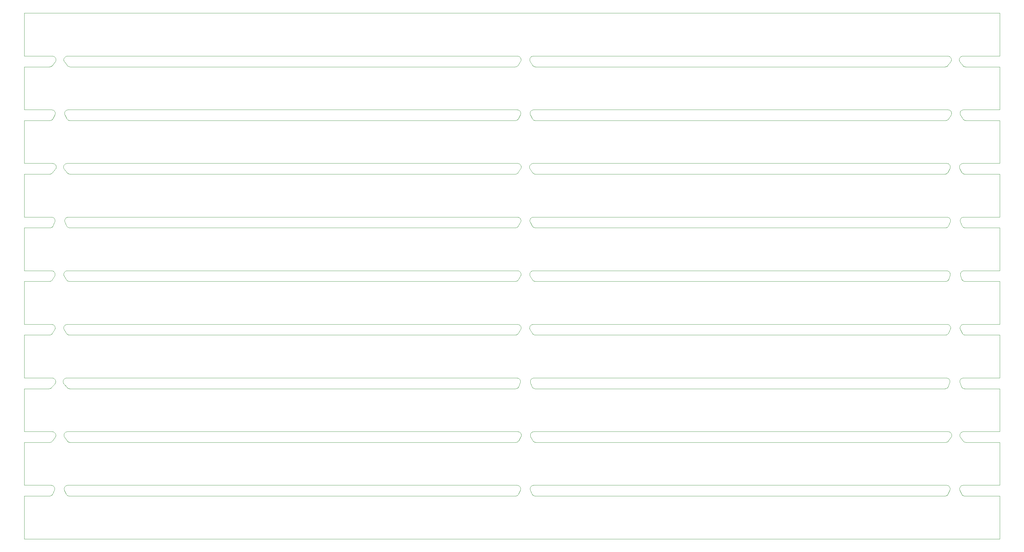
<source format=gko>
%MOIN*%
%OFA0B0*%
%FSLAX36Y36*%
%IPPOS*%
%LPD*%
%ADD10C,0*%
D10*
X005399729Y000472440D02*
X005399729Y000472440D01*
X000493825Y000472440D01*
X000491573Y000472505D01*
X000489329Y000472698D01*
X000487100Y000473019D01*
X000484893Y000473467D01*
X000482715Y000474041D01*
X000480573Y000474738D01*
X000478475Y000475556D01*
X000476427Y000476493D01*
X000474436Y000477546D01*
X000472508Y000478711D01*
X000470650Y000479984D01*
X000468868Y000481361D01*
X000467168Y000482838D01*
X000465554Y000484410D01*
X000464034Y000486071D01*
X000462611Y000487817D01*
X000461290Y000489641D01*
X000460075Y000491538D01*
X000458971Y000493501D01*
X000457981Y000495524D01*
X000440092Y000534894D01*
X000438647Y000538549D01*
X000437573Y000542329D01*
X000436882Y000546198D01*
X000436580Y000550116D01*
X000436670Y000554045D01*
X000437151Y000557946D01*
X000438019Y000561779D01*
X000439264Y000565506D01*
X000440875Y000569091D01*
X000442836Y000572497D01*
X000445126Y000575691D01*
X000447723Y000578641D01*
X000450601Y000581317D01*
X000453732Y000583692D01*
X000457084Y000585744D01*
X000460624Y000587451D01*
X000464316Y000588797D01*
X000468124Y000589768D01*
X000472010Y000590355D01*
X000475936Y000590551D01*
X005417618Y000590551D01*
X005421543Y000590355D01*
X005425429Y000589768D01*
X005429237Y000588797D01*
X005432930Y000587451D01*
X005436469Y000585744D01*
X005439821Y000583692D01*
X005442952Y000581317D01*
X005445830Y000578641D01*
X005448428Y000575691D01*
X005450718Y000572497D01*
X005452678Y000569091D01*
X005454289Y000565506D01*
X005455535Y000561779D01*
X005456402Y000557946D01*
X005456884Y000554045D01*
X005456974Y000550116D01*
X005456671Y000546198D01*
X005455980Y000542329D01*
X005454906Y000538549D01*
X005453461Y000534894D01*
X005435572Y000495524D01*
X005434582Y000493501D01*
X005433478Y000491538D01*
X005432264Y000489641D01*
X005430943Y000487817D01*
X005429520Y000486071D01*
X005427999Y000484410D01*
X005426386Y000482838D01*
X005424685Y000481361D01*
X005422903Y000479984D01*
X005421045Y000478711D01*
X005419118Y000477546D01*
X005417127Y000476493D01*
X005415079Y000475556D01*
X005412980Y000474738D01*
X005410839Y000474041D01*
X005408661Y000473467D01*
X005406453Y000473019D01*
X005404224Y000472698D01*
X005401980Y000472505D01*
X005399729Y000472440D01*
X005619109Y000472440D02*
X005619109Y000472440D01*
X005616858Y000472505D01*
X005614614Y000472698D01*
X005612385Y000473019D01*
X005610177Y000473467D01*
X005607999Y000474041D01*
X005605858Y000474738D01*
X005603759Y000475556D01*
X005601711Y000476493D01*
X005599720Y000477546D01*
X005597792Y000478711D01*
X005595935Y000479984D01*
X005594152Y000481361D01*
X005592452Y000482838D01*
X005590839Y000484410D01*
X005589318Y000486071D01*
X005587895Y000487817D01*
X005586574Y000489641D01*
X005585360Y000491538D01*
X005584256Y000493501D01*
X005583266Y000495524D01*
X005565377Y000534894D01*
X005563932Y000538549D01*
X005562858Y000542329D01*
X005562167Y000546198D01*
X005561864Y000550116D01*
X005561954Y000554045D01*
X005562436Y000557946D01*
X005563303Y000561779D01*
X005564549Y000565506D01*
X005566160Y000569091D01*
X005568120Y000572497D01*
X005570410Y000575691D01*
X005573007Y000578641D01*
X005575886Y000581317D01*
X005579017Y000583692D01*
X005582368Y000585744D01*
X005585908Y000587451D01*
X005589601Y000588797D01*
X005593409Y000589768D01*
X005597295Y000590355D01*
X005601220Y000590551D01*
X010141706Y000590551D01*
X010145631Y000590355D01*
X010149517Y000589768D01*
X010153325Y000588797D01*
X010157018Y000587451D01*
X010160558Y000585744D01*
X010163909Y000583692D01*
X010167040Y000581317D01*
X010169919Y000578641D01*
X010172516Y000575691D01*
X010174806Y000572497D01*
X010176766Y000569091D01*
X010178377Y000565506D01*
X010179623Y000561779D01*
X010180490Y000557946D01*
X010180972Y000554045D01*
X010181062Y000550116D01*
X010180759Y000546198D01*
X010180068Y000542329D01*
X010178995Y000538549D01*
X010177549Y000534894D01*
X010159660Y000495524D01*
X010158670Y000493501D01*
X010157566Y000491538D01*
X010156352Y000489641D01*
X010155031Y000487817D01*
X010153608Y000486071D01*
X010152087Y000484410D01*
X010150474Y000482838D01*
X010148774Y000481361D01*
X010146991Y000479984D01*
X010145134Y000478711D01*
X010143206Y000477546D01*
X010141215Y000476493D01*
X010139167Y000475556D01*
X010137068Y000474738D01*
X010134927Y000474041D01*
X010132749Y000473467D01*
X010130541Y000473019D01*
X010128312Y000472698D01*
X010126068Y000472505D01*
X010123817Y000472440D01*
X005619109Y000472440D01*
X005625567Y001062992D02*
X005625567Y001062992D01*
X005623499Y001063046D01*
X005621437Y001063209D01*
X005619387Y001063480D01*
X005617354Y001063858D01*
X005615343Y001064342D01*
X005613360Y001064932D01*
X005611412Y001065624D01*
X005609502Y001066418D01*
X005607637Y001067311D01*
X005605821Y001068301D01*
X005604059Y001069385D01*
X005602357Y001070560D01*
X005600719Y001071823D01*
X005599150Y001073170D01*
X005597653Y001074597D01*
X005596234Y001076102D01*
X005594895Y001077678D01*
X005593641Y001079323D01*
X005592476Y001081031D01*
X005591401Y001082798D01*
X005568857Y001122168D01*
X005567003Y001125840D01*
X005565541Y001129686D01*
X005564489Y001133663D01*
X005563857Y001137728D01*
X005563653Y001141837D01*
X005563879Y001145945D01*
X005564532Y001150006D01*
X005565606Y001153978D01*
X005567088Y001157816D01*
X005568963Y001161478D01*
X005571209Y001164924D01*
X005573803Y001168117D01*
X005576716Y001171022D01*
X005579916Y001173608D01*
X005583368Y001175845D01*
X005587035Y001177710D01*
X005590877Y001179181D01*
X005594851Y001180244D01*
X005598915Y001180887D01*
X005603023Y001181102D01*
X010159636Y001181102D01*
X010163966Y001180863D01*
X010168244Y001180149D01*
X010172417Y001178970D01*
X010176435Y001177338D01*
X010180250Y001175274D01*
X010183814Y001172803D01*
X010187084Y001169956D01*
X010190022Y001166766D01*
X010192591Y001163272D01*
X010194760Y001159516D01*
X010196503Y001155545D01*
X010197799Y001151406D01*
X010198632Y001147150D01*
X010198991Y001142829D01*
X010198873Y001138493D01*
X010198279Y001134198D01*
X010197215Y001129993D01*
X010195696Y001125931D01*
X010193740Y001122061D01*
X010191369Y001118429D01*
X010162459Y001079059D01*
X010161332Y001077598D01*
X010160138Y001076191D01*
X010158880Y001074842D01*
X010157559Y001073553D01*
X010156180Y001072327D01*
X010154745Y001071168D01*
X010153257Y001070077D01*
X010151720Y001069056D01*
X010150136Y001068109D01*
X010148510Y001067237D01*
X010146845Y001066443D01*
X010145144Y001065727D01*
X010143412Y001065092D01*
X010141652Y001064538D01*
X010139868Y001064068D01*
X010138063Y001063682D01*
X010136243Y001063380D01*
X010134411Y001063164D01*
X010132570Y001063035D01*
X010130725Y001062992D01*
X005625567Y001062992D01*
X005618109Y001653543D02*
X005618109Y001653543D01*
X005615733Y001653615D01*
X005613367Y001653829D01*
X005611018Y001654187D01*
X005608694Y001654685D01*
X005606405Y001655323D01*
X005604159Y001656097D01*
X005601963Y001657006D01*
X005599826Y001658045D01*
X005597756Y001659212D01*
X005595760Y001660501D01*
X005593845Y001661908D01*
X005592019Y001663428D01*
X005590288Y001665056D01*
X005588658Y001666785D01*
X005587135Y001668610D01*
X005585725Y001670522D01*
X005584434Y001672517D01*
X005583264Y001674586D01*
X005582222Y001676721D01*
X005581311Y001678916D01*
X005566335Y001718286D01*
X005565155Y001721904D01*
X005564331Y001725620D01*
X005563869Y001729398D01*
X005563774Y001733203D01*
X005564046Y001736999D01*
X005564684Y001740752D01*
X005565682Y001744425D01*
X005567029Y001747985D01*
X005568714Y001751397D01*
X005570721Y001754632D01*
X005573030Y001757657D01*
X005575621Y001760445D01*
X005578469Y001762970D01*
X005581548Y001765208D01*
X005584828Y001767139D01*
X005588279Y001768744D01*
X005591870Y001770008D01*
X005595565Y001770919D01*
X005599331Y001771469D01*
X005603133Y001771653D01*
X010139793Y001771653D01*
X010143595Y001771469D01*
X010147361Y001770919D01*
X010151056Y001770008D01*
X010154647Y001768744D01*
X010158098Y001767139D01*
X010161378Y001765208D01*
X010164457Y001762970D01*
X010167305Y001760445D01*
X010169896Y001757657D01*
X010172205Y001754632D01*
X010174212Y001751397D01*
X010175897Y001747985D01*
X010177244Y001744425D01*
X010178242Y001740752D01*
X010178880Y001736999D01*
X010179152Y001733203D01*
X010179057Y001729398D01*
X010178595Y001725620D01*
X010177771Y001721904D01*
X010176591Y001718286D01*
X010161615Y001678916D01*
X010160704Y001676721D01*
X010159662Y001674586D01*
X010158492Y001672517D01*
X010157201Y001670522D01*
X010155791Y001668610D01*
X010154268Y001666785D01*
X010152638Y001665056D01*
X010150907Y001663428D01*
X010149081Y001661908D01*
X010147166Y001660501D01*
X010145170Y001659212D01*
X010143100Y001658045D01*
X010140963Y001657006D01*
X010138767Y001656097D01*
X010136521Y001655323D01*
X010134232Y001654685D01*
X010131908Y001654187D01*
X010129559Y001653829D01*
X010127193Y001653615D01*
X010124817Y001653543D01*
X005618109Y001653543D01*
X005621449Y002244094D02*
X005621449Y002244094D01*
X005619499Y002244142D01*
X005617555Y002244287D01*
X005615619Y002244528D01*
X005613698Y002244864D01*
X005611796Y002245296D01*
X005609918Y002245821D01*
X005608068Y002246438D01*
X005606251Y002247146D01*
X005604471Y002247943D01*
X005602733Y002248827D01*
X005601040Y002249797D01*
X005599398Y002250849D01*
X005597810Y002251981D01*
X005596280Y002253190D01*
X005594812Y002254474D01*
X005593409Y002255828D01*
X005592074Y002257251D01*
X005590812Y002258738D01*
X005589625Y002260285D01*
X005588517Y002261890D01*
X005562725Y002301260D01*
X005560599Y002304919D01*
X005558879Y002308785D01*
X005557584Y002312814D01*
X005556728Y002316958D01*
X005556322Y002321170D01*
X005556371Y002325402D01*
X005556873Y002329604D01*
X005557824Y002333727D01*
X005559212Y002337725D01*
X005561020Y002341551D01*
X005563229Y002345160D01*
X005565813Y002348512D01*
X005568741Y002351566D01*
X005571981Y002354289D01*
X005575494Y002356649D01*
X005579239Y002358618D01*
X005583175Y002360173D01*
X005587255Y002361297D01*
X005591431Y002361977D01*
X005595657Y002362204D01*
X010147851Y002362204D01*
X010151843Y002362001D01*
X010155795Y002361394D01*
X010159665Y002360390D01*
X010163413Y002358998D01*
X010167000Y002357233D01*
X010170390Y002355114D01*
X010173548Y002352661D01*
X010176440Y002349902D01*
X010179038Y002346862D01*
X010181314Y002343576D01*
X010183245Y002340075D01*
X010184811Y002336396D01*
X010185996Y002332578D01*
X010186787Y002328659D01*
X010187177Y002324680D01*
X010187162Y002320682D01*
X010186741Y002316707D01*
X010185919Y002312794D01*
X010184704Y002308985D01*
X010183110Y002305319D01*
X010163552Y002265949D01*
X010162527Y002264020D01*
X010161396Y002262152D01*
X010160163Y002260349D01*
X010158832Y002258617D01*
X010157407Y002256961D01*
X010155892Y002255387D01*
X010154293Y002253900D01*
X010152613Y002252504D01*
X010150858Y002251203D01*
X010149035Y002250001D01*
X010147147Y002248902D01*
X010145201Y002247910D01*
X010143203Y002247027D01*
X010141159Y002246256D01*
X010139076Y002245599D01*
X010136960Y002245060D01*
X010134816Y002244638D01*
X010132653Y002244336D01*
X010130476Y002244155D01*
X010128293Y002244094D01*
X005621449Y002244094D01*
X005621037Y002834645D02*
X005621037Y002834645D01*
X005619032Y002834696D01*
X005617033Y002834849D01*
X005615045Y002835104D01*
X005613072Y002835459D01*
X005611119Y002835915D01*
X005609193Y002836469D01*
X005607297Y002837121D01*
X005605436Y002837868D01*
X005603616Y002838709D01*
X005601842Y002839641D01*
X005600117Y002840663D01*
X005598446Y002841771D01*
X005596834Y002842963D01*
X005595285Y002844235D01*
X005593802Y002845585D01*
X005592390Y002847008D01*
X005591052Y002848501D01*
X005589792Y002850061D01*
X005588614Y002851682D01*
X005587519Y002853362D01*
X005563259Y002892732D01*
X005561260Y002896400D01*
X005559660Y002900258D01*
X005558478Y002904265D01*
X005557727Y002908374D01*
X005557416Y002912540D01*
X005557548Y002916715D01*
X005558122Y002920853D01*
X005559130Y002924906D01*
X005560563Y002928830D01*
X005562403Y002932580D01*
X005564630Y002936114D01*
X005567220Y002939392D01*
X005570141Y002942377D01*
X005573363Y002945036D01*
X005576848Y002947339D01*
X005580558Y002949259D01*
X005584450Y002950776D01*
X005588481Y002951871D01*
X005592606Y002952534D01*
X005596777Y002952755D01*
X010142995Y002952755D01*
X010146669Y002952584D01*
X010150311Y002952070D01*
X010153888Y002951218D01*
X010157371Y002950037D01*
X010160728Y002948536D01*
X010163931Y002946728D01*
X010166951Y002944629D01*
X010169762Y002942257D01*
X010172339Y002939633D01*
X010174660Y002936781D01*
X010176705Y002933724D01*
X010178456Y002930490D01*
X010179897Y002927106D01*
X010181016Y002923603D01*
X010181804Y002920011D01*
X010182253Y002916361D01*
X010182359Y002912685D01*
X010182122Y002909015D01*
X010181543Y002905383D01*
X010180629Y002901821D01*
X010168530Y002862450D01*
X010167719Y002860081D01*
X010166758Y002857768D01*
X010165652Y002855520D01*
X010164406Y002853347D01*
X010163024Y002851258D01*
X010161511Y002849262D01*
X010159875Y002847365D01*
X010158122Y002845576D01*
X010156259Y002843902D01*
X010154292Y002842351D01*
X010152231Y002840927D01*
X010150084Y002839637D01*
X010147859Y002838487D01*
X010145566Y002837480D01*
X010143213Y002836621D01*
X010140810Y002835914D01*
X010138367Y002835360D01*
X010135894Y002834964D01*
X010133400Y002834725D01*
X010130897Y002834645D01*
X005621037Y002834645D01*
X005620609Y003425196D02*
X005620609Y003425196D01*
X005618549Y003425250D01*
X005616495Y003425412D01*
X005614452Y003425681D01*
X005612426Y003426056D01*
X005610422Y003426537D01*
X005608446Y003427122D01*
X005606503Y003427810D01*
X005604599Y003428599D01*
X005602739Y003429485D01*
X005600928Y003430469D01*
X005599171Y003431545D01*
X005597473Y003432712D01*
X005595838Y003433966D01*
X005594271Y003435304D01*
X005592775Y003436722D01*
X005591357Y003438217D01*
X005590018Y003439784D01*
X005588763Y003441418D01*
X005587596Y003443116D01*
X005586519Y003444873D01*
X005563775Y003484243D01*
X005561903Y003487915D01*
X005560426Y003491762D01*
X005559358Y003495743D01*
X005558712Y003499814D01*
X005558496Y003503929D01*
X005558711Y003508045D01*
X005559355Y003512116D01*
X005560421Y003516097D01*
X005561898Y003519945D01*
X005563768Y003523617D01*
X005566012Y003527074D01*
X005568606Y003530277D01*
X005571520Y003533192D01*
X005574723Y003535786D01*
X005578179Y003538031D01*
X005581851Y003539902D01*
X005585699Y003541379D01*
X005589680Y003542446D01*
X005593750Y003543091D01*
X005597866Y003543307D01*
X010145878Y003543307D01*
X010149751Y003543116D01*
X010153585Y003542545D01*
X010157345Y003541600D01*
X010160994Y003540289D01*
X010164496Y003538626D01*
X010167818Y003536627D01*
X010170926Y003534311D01*
X010173792Y003531700D01*
X010176388Y003528820D01*
X010178687Y003525699D01*
X010180668Y003522366D01*
X010182312Y003518855D01*
X010183603Y003515199D01*
X010184528Y003511434D01*
X010185078Y003507597D01*
X010185248Y003503724D01*
X010185036Y003499853D01*
X010184445Y003496021D01*
X010183479Y003492266D01*
X010182149Y003488625D01*
X010165529Y003449255D01*
X010164570Y003447158D01*
X010163491Y003445121D01*
X010162294Y003443150D01*
X010160984Y003441253D01*
X010159565Y003439436D01*
X010158042Y003437706D01*
X010156420Y003436067D01*
X010154705Y003434526D01*
X010152903Y003433088D01*
X010151020Y003431758D01*
X010149063Y003430540D01*
X010147037Y003429439D01*
X010144950Y003428459D01*
X010142810Y003427602D01*
X010140623Y003426872D01*
X010138397Y003426272D01*
X010136140Y003425802D01*
X010133859Y003425466D01*
X010131563Y003425264D01*
X010129258Y003425196D01*
X005620609Y003425196D01*
X005621899Y004015748D02*
X005621899Y004015748D01*
X005620009Y004015793D01*
X005618124Y004015929D01*
X005616247Y004016155D01*
X005614384Y004016471D01*
X005612538Y004016877D01*
X005610713Y004017370D01*
X005608915Y004017950D01*
X005607146Y004018616D01*
X005605411Y004019366D01*
X005603714Y004020199D01*
X005602059Y004021112D01*
X005600450Y004022103D01*
X005598890Y004023171D01*
X005597383Y004024312D01*
X005595933Y004025524D01*
X005594543Y004026804D01*
X005593215Y004028150D01*
X005591954Y004029557D01*
X005590762Y004031024D01*
X005589641Y004032546D01*
X005562093Y004071916D01*
X005559828Y004075562D01*
X005557973Y004079432D01*
X005556550Y004083481D01*
X005555576Y004087661D01*
X005555064Y004091922D01*
X005555018Y004096214D01*
X005555440Y004100485D01*
X005556324Y004104685D01*
X005557659Y004108763D01*
X005559431Y004112672D01*
X005561618Y004116365D01*
X005564194Y004119798D01*
X005567128Y004122930D01*
X005570386Y004125724D01*
X005573929Y004128147D01*
X005577714Y004130170D01*
X005581697Y004131769D01*
X005585830Y004132925D01*
X005590065Y004133624D01*
X005594350Y004133858D01*
X010144001Y004133858D01*
X010148060Y004133648D01*
X010152075Y004133021D01*
X010156005Y004131983D01*
X010159806Y004130546D01*
X010163440Y004128724D01*
X010166866Y004126538D01*
X010170048Y004124010D01*
X010172953Y004121167D01*
X010175549Y004118040D01*
X010177809Y004114662D01*
X010179709Y004111069D01*
X010181228Y004107299D01*
X010182350Y004103393D01*
X010183064Y004099392D01*
X010183362Y004095339D01*
X010183240Y004091276D01*
X010182699Y004087248D01*
X010181747Y004083297D01*
X010180392Y004079465D01*
X010178649Y004075793D01*
X010157408Y004036423D01*
X010156352Y004034587D01*
X010155200Y004032810D01*
X010153953Y004031098D01*
X010152616Y004029455D01*
X010151193Y004027887D01*
X010149688Y004026397D01*
X010148104Y004024991D01*
X010146448Y004023671D01*
X010144722Y004022443D01*
X010142933Y004021309D01*
X010141086Y004020273D01*
X010139186Y004019338D01*
X010137238Y004018507D01*
X010135248Y004017781D01*
X010133223Y004017163D01*
X010131166Y004016656D01*
X010129086Y004016259D01*
X010126987Y004015975D01*
X010124876Y004015804D01*
X010122759Y004015748D01*
X005621899Y004015748D01*
X005619710Y004606299D02*
X005619710Y004606299D01*
X005617534Y004606359D01*
X005615365Y004606539D01*
X005613209Y004606839D01*
X005611074Y004607258D01*
X005608964Y004607793D01*
X005606888Y004608445D01*
X005604850Y004609211D01*
X005602858Y004610087D01*
X005600918Y004611073D01*
X005599035Y004612164D01*
X005597215Y004613358D01*
X005595464Y004614650D01*
X005593787Y004616037D01*
X005592189Y004617515D01*
X005590675Y004619079D01*
X005589250Y004620724D01*
X005587918Y004622445D01*
X005586684Y004624238D01*
X005585550Y004626095D01*
X005584521Y004628013D01*
X005564767Y004667383D01*
X005563155Y004671050D01*
X005561924Y004674862D01*
X005561087Y004678779D01*
X005560652Y004682762D01*
X005560624Y004686767D01*
X005561003Y004690755D01*
X005561786Y004694684D01*
X005562963Y004698513D01*
X005564524Y004702202D01*
X005566451Y004705714D01*
X005568726Y004709011D01*
X005571323Y004712061D01*
X005574217Y004714830D01*
X005577378Y004717292D01*
X005580772Y004719419D01*
X005584365Y004721190D01*
X005588119Y004722587D01*
X005591996Y004723596D01*
X005595955Y004724205D01*
X005599956Y004724409D01*
X010157450Y004724409D01*
X010161682Y004724181D01*
X010165866Y004723499D01*
X010169952Y004722371D01*
X010173893Y004720811D01*
X010177644Y004718835D01*
X010181160Y004716468D01*
X010184402Y004713737D01*
X010187331Y004710673D01*
X010189914Y004707312D01*
X010192120Y004703693D01*
X010193925Y004699857D01*
X010195306Y004695850D01*
X010196249Y004691717D01*
X010196742Y004687507D01*
X010196780Y004683268D01*
X010196362Y004679050D01*
X010195492Y004674901D01*
X010194182Y004670870D01*
X010192446Y004667003D01*
X010190304Y004663345D01*
X010164307Y004623975D01*
X010163197Y004622380D01*
X010162009Y004620843D01*
X010160747Y004619365D01*
X010159414Y004617952D01*
X010158012Y004616606D01*
X010156546Y004615331D01*
X010155018Y004614130D01*
X010153433Y004613006D01*
X010151795Y004611961D01*
X010150107Y004610998D01*
X010148374Y004610120D01*
X010146599Y004609329D01*
X010144788Y004608626D01*
X010142944Y004608013D01*
X010141072Y004607492D01*
X010139176Y004607064D01*
X010137262Y004606730D01*
X010135334Y004606490D01*
X010133396Y004606347D01*
X010131453Y004606299D01*
X005619710Y004606299D01*
X005621092Y005196850D02*
X005621092Y005196850D01*
X005619095Y005196901D01*
X005617103Y005197052D01*
X005615122Y005197305D01*
X005613156Y005197658D01*
X005611210Y005198110D01*
X005609290Y005198660D01*
X005607400Y005199307D01*
X005605545Y005200049D01*
X005603731Y005200885D01*
X005601961Y005201811D01*
X005600240Y005202825D01*
X005598573Y005203926D01*
X005596964Y005205109D01*
X005595417Y005206373D01*
X005593937Y005207714D01*
X005592526Y005209128D01*
X005591188Y005210612D01*
X005589928Y005212161D01*
X005588748Y005213773D01*
X005587651Y005215442D01*
X005563190Y005254813D01*
X005561173Y005258479D01*
X005559557Y005262339D01*
X005558360Y005266349D01*
X005557596Y005270463D01*
X005557272Y005274635D01*
X005557393Y005278818D01*
X005557957Y005282964D01*
X005558958Y005287027D01*
X005560385Y005290961D01*
X005562221Y005294721D01*
X005564446Y005298265D01*
X005567034Y005301553D01*
X005569957Y005304548D01*
X005573181Y005307215D01*
X005576670Y005309525D01*
X005580385Y005311452D01*
X005584283Y005312974D01*
X005588321Y005314073D01*
X005592452Y005314738D01*
X005596631Y005314960D01*
X010156170Y005314960D01*
X010160564Y005314714D01*
X010164903Y005313979D01*
X010169132Y005312765D01*
X010173200Y005311086D01*
X010177055Y005308964D01*
X010180649Y005306425D01*
X010183937Y005303501D01*
X010186878Y005300228D01*
X010189436Y005296647D01*
X010191578Y005292803D01*
X010193278Y005288744D01*
X010194514Y005284521D01*
X010195271Y005280186D01*
X010195540Y005275793D01*
X010195317Y005271399D01*
X010194604Y005267056D01*
X010193412Y005262820D01*
X010191754Y005258744D01*
X010189652Y005254878D01*
X010187131Y005251271D01*
X010156207Y005211901D01*
X010155075Y005210525D01*
X010153882Y005209202D01*
X010152631Y005207935D01*
X010151324Y005206725D01*
X010149963Y005205575D01*
X010148551Y005204489D01*
X010147092Y005203467D01*
X010145588Y005202512D01*
X010144043Y005201627D01*
X010142459Y005200812D01*
X010140839Y005200070D01*
X010139188Y005199401D01*
X010137509Y005198808D01*
X010135804Y005198292D01*
X010134077Y005197853D01*
X010132333Y005197493D01*
X010130574Y005197212D01*
X010128804Y005197011D01*
X010127027Y005196890D01*
X010125246Y005196850D01*
X005621092Y005196850D01*
X000501961Y001062992D02*
X000501961Y001062992D01*
X000500116Y001063035D01*
X000498276Y001063164D01*
X000496443Y001063380D01*
X000494623Y001063682D01*
X000492819Y001064068D01*
X000491035Y001064538D01*
X000489275Y001065092D01*
X000487542Y001065727D01*
X000485842Y001066443D01*
X000484176Y001067237D01*
X000482550Y001068109D01*
X000480967Y001069056D01*
X000479429Y001070077D01*
X000477942Y001071168D01*
X000476506Y001072327D01*
X000475127Y001073553D01*
X000473807Y001074842D01*
X000472548Y001076191D01*
X000471355Y001077598D01*
X000470228Y001079059D01*
X000441317Y001118429D01*
X000438947Y001122061D01*
X000436990Y001125931D01*
X000435471Y001129993D01*
X000434408Y001134198D01*
X000433814Y001138493D01*
X000433696Y001142829D01*
X000434055Y001147150D01*
X000434887Y001151406D01*
X000436183Y001155545D01*
X000437926Y001159516D01*
X000440095Y001163272D01*
X000442664Y001166766D01*
X000445602Y001169956D01*
X000448873Y001172803D01*
X000452437Y001175274D01*
X000456251Y001177338D01*
X000460269Y001178970D01*
X000464443Y001180149D01*
X000468720Y001180863D01*
X000473050Y001181102D01*
X005425845Y001181102D01*
X005429953Y001180887D01*
X005434017Y001180244D01*
X005437991Y001179181D01*
X005441833Y001177710D01*
X005445500Y001175845D01*
X005448952Y001173608D01*
X005452152Y001171022D01*
X005455065Y001168117D01*
X005457659Y001164924D01*
X005459905Y001161478D01*
X005461780Y001157816D01*
X005463262Y001153978D01*
X005464336Y001150006D01*
X005464989Y001145945D01*
X005465215Y001141837D01*
X005465011Y001137728D01*
X005464379Y001133663D01*
X005463327Y001129686D01*
X005461865Y001125840D01*
X005460010Y001122168D01*
X005437467Y001082798D01*
X005436392Y001081031D01*
X005435227Y001079323D01*
X005433973Y001077678D01*
X005432634Y001076102D01*
X005431215Y001074597D01*
X005429718Y001073170D01*
X005428149Y001071823D01*
X005426511Y001070560D01*
X005424809Y001069385D01*
X005423047Y001068301D01*
X005421231Y001067311D01*
X005419366Y001066418D01*
X005417456Y001065624D01*
X005415507Y001064932D01*
X005413525Y001064342D01*
X005411514Y001063858D01*
X005409481Y001063480D01*
X005407431Y001063209D01*
X005405369Y001063046D01*
X005403301Y001062992D01*
X000501961Y001062992D01*
X000498055Y001653543D02*
X000498055Y001653543D01*
X000496365Y001653579D01*
X000494678Y001653688D01*
X000492997Y001653869D01*
X000491325Y001654122D01*
X000489666Y001654447D01*
X000488022Y001654843D01*
X000486397Y001655309D01*
X000484793Y001655844D01*
X000483213Y001656447D01*
X000481662Y001657118D01*
X000480140Y001657855D01*
X000478651Y001658657D01*
X000477198Y001659521D01*
X000475784Y001660448D01*
X000474410Y001661434D01*
X000473081Y001662478D01*
X000471797Y001663578D01*
X000470562Y001664733D01*
X000469377Y001665939D01*
X000468245Y001667196D01*
X000434280Y001706566D01*
X000431545Y001710128D01*
X000429234Y001713978D01*
X000427376Y001718067D01*
X000425996Y001722340D01*
X000425112Y001726743D01*
X000424734Y001731218D01*
X000424869Y001735707D01*
X000425514Y001740152D01*
X000426661Y001744494D01*
X000428295Y001748677D01*
X000430395Y001752646D01*
X000432934Y001756351D01*
X000435877Y001759743D01*
X000439188Y001762777D01*
X000442823Y001765415D01*
X000446734Y001767621D01*
X000450872Y001769368D01*
X000455181Y001770632D01*
X000459606Y001771397D01*
X000464090Y001771653D01*
X005415705Y001771653D01*
X005419507Y001771469D01*
X005423273Y001770919D01*
X005426968Y001770008D01*
X005430559Y001768744D01*
X005434010Y001767139D01*
X005437290Y001765208D01*
X005440369Y001762970D01*
X005443217Y001760445D01*
X005445808Y001757657D01*
X005448117Y001754632D01*
X005450124Y001751397D01*
X005451809Y001747985D01*
X005453156Y001744425D01*
X005454153Y001740752D01*
X005454792Y001736999D01*
X005455064Y001733203D01*
X005454969Y001729398D01*
X005454507Y001725620D01*
X005453683Y001721904D01*
X005452503Y001718286D01*
X005437527Y001678916D01*
X005436616Y001676721D01*
X005435574Y001674586D01*
X005434404Y001672517D01*
X005433113Y001670522D01*
X005431703Y001668610D01*
X005430180Y001666785D01*
X005428550Y001665056D01*
X005426819Y001663428D01*
X005424993Y001661908D01*
X005423078Y001660501D01*
X005421082Y001659212D01*
X005419012Y001658045D01*
X005416875Y001657006D01*
X005414679Y001656097D01*
X005412433Y001655323D01*
X005410144Y001654685D01*
X005407820Y001654187D01*
X005405471Y001653829D01*
X005403105Y001653615D01*
X005400729Y001653543D01*
X000498055Y001653543D01*
X000496165Y002244094D02*
X000496165Y002244094D01*
X000494215Y002244142D01*
X000492270Y002244287D01*
X000490335Y002244528D01*
X000488414Y002244864D01*
X000486512Y002245296D01*
X000484633Y002245821D01*
X000482783Y002246438D01*
X000480966Y002247146D01*
X000479186Y002247943D01*
X000477448Y002248827D01*
X000475756Y002249797D01*
X000474114Y002250849D01*
X000472526Y002251981D01*
X000470995Y002253190D01*
X000469527Y002254474D01*
X000468124Y002255828D01*
X000466790Y002257251D01*
X000465528Y002258738D01*
X000464341Y002260285D01*
X000463232Y002261890D01*
X000437440Y002301260D01*
X000435315Y002304919D01*
X000433595Y002308785D01*
X000432299Y002312814D01*
X000431444Y002316958D01*
X000431038Y002321170D01*
X000431086Y002325402D01*
X000431589Y002329604D01*
X000432540Y002333727D01*
X000433927Y002337725D01*
X000435736Y002341551D01*
X000437945Y002345160D01*
X000440529Y002348512D01*
X000443457Y002351566D01*
X000446696Y002354289D01*
X000450209Y002356649D01*
X000453955Y002358618D01*
X000457890Y002360173D01*
X000461970Y002361297D01*
X000466147Y002361977D01*
X000470373Y002362204D01*
X005423181Y002362204D01*
X005427406Y002361977D01*
X005431583Y002361297D01*
X005435663Y002360173D01*
X005439599Y002358618D01*
X005443344Y002356649D01*
X005446857Y002354289D01*
X005450097Y002351566D01*
X005453025Y002348512D01*
X005455609Y002345160D01*
X005457817Y002341551D01*
X005459626Y002337725D01*
X005461014Y002333727D01*
X005461965Y002329604D01*
X005462467Y002325402D01*
X005462516Y002321170D01*
X005462110Y002316958D01*
X005461254Y002312814D01*
X005459959Y002308785D01*
X005458239Y002304919D01*
X005456113Y002301260D01*
X005430321Y002261890D01*
X005429212Y002260285D01*
X005428026Y002258738D01*
X005426763Y002257251D01*
X005425429Y002255828D01*
X005424026Y002254474D01*
X005422558Y002253190D01*
X005421028Y002251981D01*
X005419440Y002250849D01*
X005417798Y002249797D01*
X005416105Y002248827D01*
X005414367Y002247943D01*
X005412587Y002247146D01*
X005410770Y002246438D01*
X005408920Y002245821D01*
X005407042Y002245296D01*
X005405140Y002244864D01*
X005403219Y002244528D01*
X005401283Y002244287D01*
X005399339Y002244142D01*
X005397389Y002244094D01*
X000496165Y002244094D01*
X000495752Y002834645D02*
X000495752Y002834645D01*
X000493748Y002834696D01*
X000491749Y002834849D01*
X000489760Y002835104D01*
X000487787Y002835459D01*
X000485835Y002835915D01*
X000483908Y002836469D01*
X000482012Y002837121D01*
X000480152Y002837868D01*
X000478332Y002838709D01*
X000476557Y002839641D01*
X000474832Y002840663D01*
X000473162Y002841771D01*
X000471549Y002842963D01*
X000470000Y002844235D01*
X000468518Y002845585D01*
X000467106Y002847008D01*
X000465768Y002848501D01*
X000464508Y002850061D01*
X000463329Y002851682D01*
X000462234Y002853362D01*
X000437975Y002892732D01*
X000435975Y002896400D01*
X000434375Y002900258D01*
X000433193Y002904265D01*
X000432443Y002908374D01*
X000432132Y002912540D01*
X000432264Y002916715D01*
X000432837Y002920853D01*
X000433846Y002924906D01*
X000435278Y002928830D01*
X000437119Y002932580D01*
X000439346Y002936114D01*
X000441935Y002939392D01*
X000444857Y002942377D01*
X000448079Y002945036D01*
X000451564Y002947339D01*
X000455274Y002949259D01*
X000459166Y002950776D01*
X000463197Y002951871D01*
X000467321Y002952534D01*
X000471493Y002952755D01*
X005422061Y002952755D01*
X005426232Y002952534D01*
X005430357Y002951871D01*
X005434388Y002950776D01*
X005438280Y002949259D01*
X005441990Y002947339D01*
X005445475Y002945036D01*
X005448697Y002942377D01*
X005451618Y002939392D01*
X005454208Y002936114D01*
X005456435Y002932580D01*
X005458275Y002928830D01*
X005459708Y002924906D01*
X005460716Y002920853D01*
X005461290Y002916715D01*
X005461422Y002912540D01*
X005461111Y002908374D01*
X005460360Y002904265D01*
X005459178Y002900258D01*
X005457578Y002896400D01*
X005455579Y002892732D01*
X005431319Y002853362D01*
X005430224Y002851682D01*
X005429046Y002850061D01*
X005427786Y002848501D01*
X005426448Y002847008D01*
X005425036Y002845585D01*
X005423553Y002844235D01*
X005422004Y002842963D01*
X005420392Y002841771D01*
X005418721Y002840663D01*
X005416996Y002839641D01*
X005415222Y002838709D01*
X005413402Y002837868D01*
X005411541Y002837121D01*
X005409645Y002836469D01*
X005407719Y002835915D01*
X005405766Y002835459D01*
X005403793Y002835104D01*
X005401805Y002834849D01*
X005399806Y002834696D01*
X005397801Y002834645D01*
X000495752Y002834645D01*
X000498413Y003425196D02*
X000498413Y003425196D01*
X000496109Y003425264D01*
X000493812Y003425466D01*
X000491531Y003425802D01*
X000489274Y003426272D01*
X000487048Y003426872D01*
X000484862Y003427602D01*
X000482721Y003428459D01*
X000480635Y003429439D01*
X000478609Y003430540D01*
X000476651Y003431758D01*
X000474768Y003433088D01*
X000472966Y003434526D01*
X000471251Y003436067D01*
X000469630Y003437706D01*
X000468107Y003439436D01*
X000466688Y003441253D01*
X000465378Y003443150D01*
X000464181Y003445121D01*
X000463101Y003447158D01*
X000462143Y003449255D01*
X000445523Y003488625D01*
X000444192Y003492266D01*
X000443227Y003496021D01*
X000442635Y003499853D01*
X000442424Y003503724D01*
X000442594Y003507597D01*
X000443144Y003511434D01*
X000444068Y003515199D01*
X000445359Y003518855D01*
X000447003Y003522366D01*
X000448984Y003525699D01*
X000451284Y003528820D01*
X000453879Y003531700D01*
X000456745Y003534311D01*
X000459854Y003536627D01*
X000463176Y003538626D01*
X000466678Y003540289D01*
X000470326Y003541600D01*
X000474086Y003542545D01*
X000477921Y003543116D01*
X000481793Y003543307D01*
X005420972Y003543307D01*
X005425088Y003543091D01*
X005429158Y003542446D01*
X005433139Y003541379D01*
X005436987Y003539902D01*
X005440659Y003538031D01*
X005444115Y003535786D01*
X005447318Y003533192D01*
X005450232Y003530277D01*
X005452826Y003527074D01*
X005455070Y003523617D01*
X005456940Y003519945D01*
X005458417Y003516097D01*
X005459483Y003512116D01*
X005460127Y003508045D01*
X005460342Y003503929D01*
X005460126Y003499814D01*
X005459480Y003495743D01*
X005458412Y003491762D01*
X005456935Y003487915D01*
X005455063Y003484243D01*
X005432319Y003444873D01*
X005431242Y003443116D01*
X005430075Y003441418D01*
X005428820Y003439784D01*
X005427481Y003438217D01*
X005426062Y003436722D01*
X005424567Y003435304D01*
X005423000Y003433966D01*
X005421365Y003432712D01*
X005419667Y003431545D01*
X005417910Y003430469D01*
X005416099Y003429485D01*
X005414238Y003428599D01*
X005412335Y003427810D01*
X005410392Y003427122D01*
X005408416Y003426537D01*
X005406412Y003426056D01*
X005404386Y003425681D01*
X005402343Y003425412D01*
X005400289Y003425250D01*
X005398229Y003425196D01*
X000498413Y003425196D01*
X000503114Y004015748D02*
X000503114Y004015748D01*
X000501430Y004015784D01*
X000499749Y004015892D01*
X000498074Y004016071D01*
X000496408Y004016323D01*
X000494755Y004016645D01*
X000493117Y004017038D01*
X000491497Y004017500D01*
X000489899Y004018032D01*
X000488324Y004018631D01*
X000486777Y004019297D01*
X000485260Y004020029D01*
X000483775Y004020825D01*
X000482326Y004021683D01*
X000480915Y004022603D01*
X000479544Y004023582D01*
X000478217Y004024619D01*
X000476935Y004025712D01*
X000475701Y004026859D01*
X000474518Y004028058D01*
X000473386Y004029306D01*
X000439202Y004068676D01*
X000436452Y004072234D01*
X000434126Y004076083D01*
X000432255Y004080172D01*
X000430861Y004084448D01*
X000429965Y004088855D01*
X000429577Y004093336D01*
X000429702Y004097831D01*
X000430339Y004102283D01*
X000431480Y004106633D01*
X000433109Y004110824D01*
X000435206Y004114803D01*
X000437743Y004118516D01*
X000440687Y004121916D01*
X000443999Y004124958D01*
X000447636Y004127603D01*
X000451552Y004129815D01*
X000455694Y004131566D01*
X000460009Y004132834D01*
X000464440Y004133601D01*
X000468930Y004133858D01*
X005424488Y004133858D01*
X005428773Y004133624D01*
X005433008Y004132925D01*
X005437141Y004131769D01*
X005441124Y004130170D01*
X005444909Y004128147D01*
X005448452Y004125724D01*
X005451710Y004122930D01*
X005454644Y004119798D01*
X005457220Y004116365D01*
X005459407Y004112672D01*
X005461179Y004108763D01*
X005462514Y004104685D01*
X005463398Y004100485D01*
X005463820Y004096214D01*
X005463774Y004091922D01*
X005463262Y004087661D01*
X005462288Y004083481D01*
X005460865Y004079432D01*
X005459010Y004075562D01*
X005456745Y004071916D01*
X005429197Y004032546D01*
X005428076Y004031024D01*
X005426884Y004029557D01*
X005425623Y004028150D01*
X005424295Y004026804D01*
X005422905Y004025524D01*
X005421455Y004024312D01*
X005419948Y004023171D01*
X005418388Y004022103D01*
X005416779Y004021112D01*
X005415124Y004020199D01*
X005413427Y004019366D01*
X005411692Y004018616D01*
X005409923Y004017950D01*
X005408125Y004017370D01*
X005406300Y004016877D01*
X005404454Y004016471D01*
X005402590Y004016155D01*
X005400714Y004015929D01*
X005398829Y004015793D01*
X005396939Y004015748D01*
X000503114Y004015748D01*
X000499440Y004606299D02*
X000499440Y004606299D01*
X000497265Y004606359D01*
X000495096Y004606539D01*
X000492940Y004606839D01*
X000490804Y004607258D01*
X000488695Y004607793D01*
X000486618Y004608445D01*
X000484581Y004609211D01*
X000482589Y004610087D01*
X000480648Y004611073D01*
X000478765Y004612164D01*
X000476945Y004613358D01*
X000475194Y004614650D01*
X000473517Y004616037D01*
X000471920Y004617515D01*
X000470406Y004619079D01*
X000468981Y004620724D01*
X000467649Y004622445D01*
X000466414Y004624238D01*
X000465280Y004626095D01*
X000464251Y004628013D01*
X000444497Y004667383D01*
X000442885Y004671050D01*
X000441654Y004674862D01*
X000440817Y004678779D01*
X000440382Y004682762D01*
X000440354Y004686767D01*
X000440734Y004690755D01*
X000441516Y004694684D01*
X000442694Y004698513D01*
X000444254Y004702202D01*
X000446182Y004705714D01*
X000448456Y004709011D01*
X000451054Y004712061D01*
X000453948Y004714830D01*
X000457108Y004717292D01*
X000460503Y004719419D01*
X000464095Y004721190D01*
X000467850Y004722587D01*
X000471727Y004723596D01*
X000475686Y004724205D01*
X000479686Y004724409D01*
X005418882Y004724409D01*
X005422883Y004724205D01*
X005426842Y004723596D01*
X005430719Y004722587D01*
X005434473Y004721190D01*
X005438066Y004719419D01*
X005441460Y004717292D01*
X005444621Y004714830D01*
X005447515Y004712061D01*
X005450112Y004709011D01*
X005452387Y004705714D01*
X005454314Y004702202D01*
X005455875Y004698513D01*
X005457052Y004694684D01*
X005457835Y004690755D01*
X005458214Y004686767D01*
X005458186Y004682762D01*
X005457751Y004678779D01*
X005456914Y004674862D01*
X005455683Y004671050D01*
X005454071Y004667383D01*
X005434317Y004628013D01*
X005433288Y004626095D01*
X005432154Y004624238D01*
X005430919Y004622445D01*
X005429588Y004620724D01*
X005428163Y004619079D01*
X005426649Y004617515D01*
X005425051Y004616037D01*
X005423374Y004614650D01*
X005421623Y004613358D01*
X005419803Y004612164D01*
X005417920Y004611073D01*
X005415980Y004610087D01*
X005413988Y004609211D01*
X005411950Y004608445D01*
X005409874Y004607793D01*
X005407764Y004607258D01*
X005405628Y004606839D01*
X005403473Y004606539D01*
X005401304Y004606359D01*
X005399128Y004606299D01*
X000499440Y004606299D01*
X000502426Y005196850D02*
X000502426Y005196850D01*
X000500645Y005196890D01*
X000498867Y005197011D01*
X000497098Y005197212D01*
X000495339Y005197493D01*
X000493594Y005197853D01*
X000491868Y005198292D01*
X000490163Y005198808D01*
X000488483Y005199401D01*
X000486832Y005200070D01*
X000485213Y005200812D01*
X000483629Y005201627D01*
X000482083Y005202512D01*
X000480579Y005203467D01*
X000479120Y005204489D01*
X000477709Y005205575D01*
X000476348Y005206725D01*
X000475040Y005207935D01*
X000473789Y005209202D01*
X000472596Y005210525D01*
X000471465Y005211901D01*
X000440540Y005251271D01*
X000438020Y005254878D01*
X000435917Y005258744D01*
X000434260Y005262820D01*
X000433067Y005267056D01*
X000432355Y005271398D01*
X000432132Y005275793D01*
X000432400Y005280186D01*
X000433157Y005284520D01*
X000434393Y005288744D01*
X000436093Y005292803D01*
X000438235Y005296647D01*
X000440793Y005300228D01*
X000443734Y005303501D01*
X000447022Y005306425D01*
X000450617Y005308964D01*
X000454471Y005311086D01*
X000458539Y005312765D01*
X000462769Y005313979D01*
X000467108Y005314714D01*
X000471501Y005314960D01*
X005422207Y005314960D01*
X005426386Y005314738D01*
X005430517Y005314073D01*
X005434555Y005312974D01*
X005438453Y005311452D01*
X005442168Y005309525D01*
X005445657Y005307215D01*
X005448881Y005304548D01*
X005451803Y005301553D01*
X005454392Y005298265D01*
X005456617Y005294721D01*
X005458453Y005290961D01*
X005459880Y005287027D01*
X005460881Y005282964D01*
X005461445Y005278818D01*
X005461566Y005274635D01*
X005461242Y005270463D01*
X005460478Y005266349D01*
X005459281Y005262339D01*
X005457665Y005258479D01*
X005455648Y005254813D01*
X005431187Y005215442D01*
X005430090Y005213773D01*
X005428910Y005212161D01*
X005427650Y005210612D01*
X005426312Y005209128D01*
X005424901Y005207714D01*
X005423420Y005206373D01*
X005421874Y005205109D01*
X005420265Y005203926D01*
X005418598Y005202825D01*
X005416877Y005201811D01*
X005415107Y005200885D01*
X005413293Y005200049D01*
X005411438Y005199307D01*
X005409548Y005198660D01*
X005407628Y005198110D01*
X005405682Y005197658D01*
X005403716Y005197305D01*
X005401735Y005197052D01*
X005399743Y005196901D01*
X005397746Y005196850D01*
X000502426Y005196850D01*
X000306798Y005314960D02*
X000306798Y005314960D01*
X000311191Y005314714D01*
X000315530Y005313979D01*
X000319760Y005312765D01*
X000323827Y005311086D01*
X000327682Y005308964D01*
X000331276Y005306425D01*
X000334565Y005303501D01*
X000337506Y005300228D01*
X000340064Y005296647D01*
X000342206Y005292803D01*
X000343905Y005288744D01*
X000345142Y005284520D01*
X000345899Y005280186D01*
X000346167Y005275793D01*
X000345944Y005271398D01*
X000345232Y005267056D01*
X000344039Y005262820D01*
X000342382Y005258744D01*
X000340279Y005254878D01*
X000337759Y005251271D01*
X000306834Y005211901D01*
X000305703Y005210525D01*
X000304510Y005209202D01*
X000303258Y005207935D01*
X000301951Y005206725D01*
X000300590Y005205575D01*
X000299179Y005204489D01*
X000297720Y005203467D01*
X000296216Y005202512D01*
X000294670Y005201627D01*
X000293086Y005200812D01*
X000291467Y005200070D01*
X000289816Y005199401D01*
X000288136Y005198808D01*
X000286431Y005198292D01*
X000284705Y005197853D01*
X000282960Y005197493D01*
X000281201Y005197212D01*
X000279431Y005197011D01*
X000277654Y005196890D01*
X000275873Y005196850D01*
X000000000Y005196850D01*
X000000000Y004724409D01*
X000298612Y004724409D01*
X000302613Y004724205D01*
X000306572Y004723596D01*
X000310449Y004722587D01*
X000314203Y004721190D01*
X000317796Y004719419D01*
X000321191Y004717292D01*
X000324351Y004714830D01*
X000327245Y004712061D01*
X000329843Y004709011D01*
X000332117Y004705714D01*
X000334045Y004702202D01*
X000335605Y004698513D01*
X000336783Y004694684D01*
X000337565Y004690755D01*
X000337945Y004686767D01*
X000337917Y004682762D01*
X000337482Y004678779D01*
X000336645Y004674862D01*
X000335414Y004671050D01*
X000333802Y004667383D01*
X000314048Y004628013D01*
X000313018Y004626095D01*
X000311885Y004624238D01*
X000310650Y004622445D01*
X000309318Y004620724D01*
X000307893Y004619079D01*
X000306379Y004617515D01*
X000304782Y004616037D01*
X000303105Y004614650D01*
X000301353Y004613358D01*
X000299534Y004612164D01*
X000297651Y004611073D01*
X000295710Y004610087D01*
X000293718Y004609211D01*
X000291681Y004608445D01*
X000289604Y004607793D01*
X000287495Y004607258D01*
X000285359Y004606839D01*
X000283203Y004606539D01*
X000281034Y004606359D01*
X000278859Y004606299D01*
X000000000Y004606299D01*
X000000000Y004133858D01*
X000309369Y004133858D01*
X000313859Y004133601D01*
X000318290Y004132834D01*
X000322605Y004131566D01*
X000326747Y004129815D01*
X000330662Y004127603D01*
X000334300Y004124958D01*
X000337612Y004121916D01*
X000340556Y004118516D01*
X000343093Y004114803D01*
X000345190Y004110824D01*
X000346819Y004106633D01*
X000347960Y004102283D01*
X000348597Y004097831D01*
X000348722Y004093336D01*
X000348334Y004088855D01*
X000347438Y004084448D01*
X000346044Y004080172D01*
X000344172Y004076083D01*
X000341847Y004072234D01*
X000339097Y004068676D01*
X000304913Y004029306D01*
X000303781Y004028058D01*
X000302598Y004026859D01*
X000301364Y004025712D01*
X000300082Y004024619D01*
X000298755Y004023582D01*
X000297384Y004022603D01*
X000295973Y004021683D01*
X000294524Y004020825D01*
X000293039Y004020029D01*
X000291522Y004019297D01*
X000289974Y004018631D01*
X000288400Y004018032D01*
X000286802Y004017500D01*
X000285182Y004017038D01*
X000283544Y004016645D01*
X000281890Y004016323D01*
X000280225Y004016071D01*
X000278550Y004015892D01*
X000276869Y004015784D01*
X000275185Y004015748D01*
X000000000Y004015748D01*
X000000000Y003543307D01*
X000296506Y003543307D01*
X000300378Y003543116D01*
X000304213Y003542545D01*
X000307973Y003541600D01*
X000311621Y003540289D01*
X000315123Y003538626D01*
X000318445Y003536627D01*
X000321554Y003534311D01*
X000324420Y003531700D01*
X000327015Y003528820D01*
X000329315Y003525699D01*
X000331296Y003522366D01*
X000332940Y003518855D01*
X000334231Y003515199D01*
X000335155Y003511434D01*
X000335705Y003507597D01*
X000335875Y003503724D01*
X000335664Y003499853D01*
X000335072Y003496021D01*
X000334107Y003492266D01*
X000332776Y003488625D01*
X000316156Y003449255D01*
X000315198Y003447158D01*
X000314118Y003445121D01*
X000312921Y003443150D01*
X000311611Y003441253D01*
X000310192Y003439436D01*
X000308669Y003437706D01*
X000307048Y003436067D01*
X000305333Y003434526D01*
X000303531Y003433088D01*
X000301648Y003431758D01*
X000299690Y003430540D01*
X000297664Y003429439D01*
X000295578Y003428459D01*
X000293437Y003427602D01*
X000291250Y003426872D01*
X000289025Y003426272D01*
X000286767Y003425802D01*
X000284487Y003425466D01*
X000282190Y003425264D01*
X000279886Y003425196D01*
X000000000Y003425196D01*
X000000000Y002952755D01*
X000296776Y002952755D01*
X000300948Y002952534D01*
X000305072Y002951871D01*
X000309103Y002950776D01*
X000312995Y002949259D01*
X000316705Y002947339D01*
X000320190Y002945036D01*
X000323412Y002942377D01*
X000326334Y002939392D01*
X000328923Y002936114D01*
X000331150Y002932580D01*
X000332991Y002928830D01*
X000334423Y002924906D01*
X000335432Y002920853D01*
X000336005Y002916715D01*
X000336137Y002912540D01*
X000335826Y002908374D01*
X000335075Y002904265D01*
X000333894Y002900258D01*
X000332294Y002896400D01*
X000330294Y002892732D01*
X000306035Y002853362D01*
X000304940Y002851682D01*
X000303761Y002850061D01*
X000302501Y002848501D01*
X000301163Y002847008D01*
X000299751Y002845585D01*
X000298269Y002844235D01*
X000296720Y002842963D01*
X000295107Y002841771D01*
X000293437Y002840663D01*
X000291712Y002839641D01*
X000289937Y002838709D01*
X000288117Y002837868D01*
X000286257Y002837121D01*
X000284361Y002836469D01*
X000282434Y002835915D01*
X000280482Y002835459D01*
X000278509Y002835104D01*
X000276520Y002834849D01*
X000274521Y002834696D01*
X000272517Y002834645D01*
X000000000Y002834645D01*
X000000000Y002362204D01*
X000297896Y002362204D01*
X000302122Y002361977D01*
X000306299Y002361297D01*
X000310378Y002360173D01*
X000314314Y002358618D01*
X000318060Y002356649D01*
X000321573Y002354289D01*
X000324812Y002351566D01*
X000327740Y002348512D01*
X000330324Y002345160D01*
X000332533Y002341551D01*
X000334342Y002337725D01*
X000335729Y002333727D01*
X000336680Y002329604D01*
X000337183Y002325402D01*
X000337231Y002321170D01*
X000336825Y002316958D01*
X000335970Y002312814D01*
X000334674Y002308785D01*
X000332954Y002304919D01*
X000330829Y002301260D01*
X000305037Y002261890D01*
X000303928Y002260285D01*
X000302741Y002258738D01*
X000301479Y002257251D01*
X000300145Y002255828D01*
X000298742Y002254474D01*
X000297274Y002253190D01*
X000295743Y002251981D01*
X000294155Y002250849D01*
X000292513Y002249797D01*
X000290821Y002248827D01*
X000289083Y002247943D01*
X000287303Y002247146D01*
X000285486Y002246438D01*
X000283636Y002245821D01*
X000281757Y002245296D01*
X000279855Y002244864D01*
X000277934Y002244528D01*
X000275999Y002244287D01*
X000274054Y002244142D01*
X000272104Y002244094D01*
X000000000Y002244094D01*
X000000000Y001771653D01*
X000304179Y001771653D01*
X000308663Y001771397D01*
X000313088Y001770632D01*
X000317397Y001769368D01*
X000321535Y001767621D01*
X000325446Y001765415D01*
X000329081Y001762777D01*
X000332392Y001759743D01*
X000335335Y001756351D01*
X000337874Y001752646D01*
X000339974Y001748677D01*
X000341608Y001744494D01*
X000342755Y001740152D01*
X000343400Y001735707D01*
X000343535Y001731218D01*
X000343157Y001726743D01*
X000342273Y001722340D01*
X000340893Y001718067D01*
X000339035Y001713978D01*
X000336724Y001710128D01*
X000333989Y001706566D01*
X000300023Y001667196D01*
X000298892Y001665939D01*
X000297707Y001664733D01*
X000296472Y001663578D01*
X000295188Y001662478D01*
X000293859Y001661434D01*
X000292485Y001660448D01*
X000291071Y001659521D01*
X000289618Y001658657D01*
X000288129Y001657855D01*
X000286607Y001657118D01*
X000285056Y001656447D01*
X000283476Y001655844D01*
X000281872Y001655309D01*
X000280247Y001654843D01*
X000278603Y001654447D01*
X000276944Y001654122D01*
X000275272Y001653869D01*
X000273591Y001653688D01*
X000271904Y001653579D01*
X000270214Y001653543D01*
X000000000Y001653543D01*
X000000000Y001181102D01*
X000305249Y001181102D01*
X000309579Y001180863D01*
X000313856Y001180149D01*
X000318030Y001178970D01*
X000322048Y001177338D01*
X000325862Y001175274D01*
X000329426Y001172803D01*
X000332697Y001169956D01*
X000335635Y001166766D01*
X000338204Y001163272D01*
X000340373Y001159516D01*
X000342116Y001155545D01*
X000343411Y001151406D01*
X000344244Y001147150D01*
X000344603Y001142829D01*
X000344485Y001138493D01*
X000343891Y001134198D01*
X000342828Y001129993D01*
X000341309Y001125931D01*
X000339352Y001122061D01*
X000336982Y001118429D01*
X000308071Y001079059D01*
X000306944Y001077598D01*
X000305751Y001076191D01*
X000304492Y001074842D01*
X000303172Y001073553D01*
X000301793Y001072327D01*
X000300357Y001071168D01*
X000298869Y001070077D01*
X000297332Y001069056D01*
X000295749Y001068109D01*
X000294122Y001067237D01*
X000292457Y001066443D01*
X000290757Y001065727D01*
X000289024Y001065092D01*
X000287264Y001064538D01*
X000285480Y001064068D01*
X000283676Y001063682D01*
X000281856Y001063380D01*
X000280023Y001063164D01*
X000278183Y001063035D01*
X000276338Y001062992D01*
X000000000Y001062992D01*
X000000000Y000590551D01*
X000292333Y000590551D01*
X000296259Y000590355D01*
X000300145Y000589768D01*
X000303953Y000588797D01*
X000307645Y000587451D01*
X000311185Y000585744D01*
X000314537Y000583692D01*
X000317668Y000581317D01*
X000320546Y000578641D01*
X000323143Y000575691D01*
X000325433Y000572497D01*
X000327394Y000569091D01*
X000329005Y000565506D01*
X000330250Y000561779D01*
X000331118Y000557946D01*
X000331599Y000554045D01*
X000331689Y000550116D01*
X000331387Y000546198D01*
X000330696Y000542329D01*
X000329622Y000538549D01*
X000328177Y000534894D01*
X000310288Y000495524D01*
X000309298Y000493501D01*
X000308194Y000491538D01*
X000306979Y000489641D01*
X000305658Y000487817D01*
X000304235Y000486071D01*
X000302714Y000484410D01*
X000301101Y000482838D01*
X000299401Y000481361D01*
X000297619Y000479984D01*
X000295761Y000478711D01*
X000293833Y000477546D01*
X000291842Y000476493D01*
X000289794Y000475556D01*
X000287696Y000474738D01*
X000285554Y000474041D01*
X000283376Y000473467D01*
X000281169Y000473019D01*
X000278940Y000472698D01*
X000276696Y000472505D01*
X000274444Y000472440D01*
X000000000Y000472440D01*
X000000000Y000000000D01*
X010728346Y000000000D01*
X010728346Y000472440D01*
X010343197Y000472440D01*
X010340946Y000472505D01*
X010338702Y000472698D01*
X010336473Y000473019D01*
X010334265Y000473467D01*
X010332087Y000474041D01*
X010329946Y000474738D01*
X010327847Y000475556D01*
X010325799Y000476493D01*
X010323808Y000477546D01*
X010321881Y000478711D01*
X010320023Y000479984D01*
X010318241Y000481361D01*
X010316540Y000482838D01*
X010314927Y000484410D01*
X010313406Y000486071D01*
X010311983Y000487817D01*
X010310662Y000489641D01*
X010309448Y000491538D01*
X010308344Y000493501D01*
X010307354Y000495524D01*
X010289465Y000534894D01*
X010288020Y000538549D01*
X010286946Y000542329D01*
X010286255Y000546198D01*
X010285952Y000550116D01*
X010286042Y000554045D01*
X010286524Y000557946D01*
X010287391Y000561779D01*
X010288637Y000565506D01*
X010290248Y000569091D01*
X010292208Y000572497D01*
X010294498Y000575691D01*
X010297096Y000578641D01*
X010299974Y000581317D01*
X010303105Y000583692D01*
X010306457Y000585744D01*
X010309996Y000587451D01*
X010313689Y000588797D01*
X010317497Y000589768D01*
X010321383Y000590355D01*
X010325308Y000590551D01*
X010728346Y000590551D01*
X010728346Y001062992D01*
X010356349Y001062992D01*
X010354504Y001063035D01*
X010352663Y001063164D01*
X010350831Y001063380D01*
X010349011Y001063682D01*
X010347206Y001064068D01*
X010345422Y001064538D01*
X010343662Y001065092D01*
X010341930Y001065727D01*
X010340229Y001066443D01*
X010338564Y001067237D01*
X010336938Y001068109D01*
X010335354Y001069056D01*
X010333817Y001070077D01*
X010332329Y001071168D01*
X010330894Y001072327D01*
X010329515Y001073553D01*
X010328194Y001074842D01*
X010326936Y001076191D01*
X010325742Y001077598D01*
X010324615Y001079059D01*
X010295705Y001118429D01*
X010293334Y001122061D01*
X010291378Y001125931D01*
X010289859Y001129993D01*
X010288795Y001134198D01*
X010288201Y001138493D01*
X010288083Y001142829D01*
X010288442Y001147150D01*
X010289275Y001151406D01*
X010290571Y001155545D01*
X010292314Y001159516D01*
X010294483Y001163272D01*
X010297052Y001166766D01*
X010299990Y001169956D01*
X010303260Y001172803D01*
X010306824Y001175274D01*
X010310639Y001177338D01*
X010314657Y001178970D01*
X010318830Y001180149D01*
X010323108Y001180863D01*
X010327438Y001181102D01*
X010728346Y001181102D01*
X010728346Y001653543D01*
X010342197Y001653543D01*
X010339821Y001653615D01*
X010337455Y001653829D01*
X010335106Y001654187D01*
X010332782Y001654685D01*
X010330493Y001655323D01*
X010328247Y001656097D01*
X010326051Y001657006D01*
X010323914Y001658045D01*
X010321844Y001659212D01*
X010319848Y001660501D01*
X010317933Y001661908D01*
X010316107Y001663428D01*
X010314376Y001665056D01*
X010312746Y001666785D01*
X010311223Y001668610D01*
X010309813Y001670522D01*
X010308522Y001672517D01*
X010307352Y001674586D01*
X010306310Y001676721D01*
X010305399Y001678916D01*
X010290423Y001718286D01*
X010289243Y001721904D01*
X010288419Y001725620D01*
X010287957Y001729398D01*
X010287862Y001733203D01*
X010288134Y001736999D01*
X010288773Y001740752D01*
X010289770Y001744425D01*
X010291117Y001747985D01*
X010292802Y001751397D01*
X010294809Y001754632D01*
X010297118Y001757657D01*
X010299709Y001760445D01*
X010302557Y001762970D01*
X010305636Y001765208D01*
X010308916Y001767139D01*
X010312367Y001768744D01*
X010315958Y001770008D01*
X010319653Y001770919D01*
X010323419Y001771469D01*
X010327221Y001771653D01*
X010728346Y001771653D01*
X010728346Y002244094D01*
X010348751Y002244094D01*
X010346568Y002244155D01*
X010344391Y002244336D01*
X010342228Y002244638D01*
X010340084Y002245060D01*
X010337968Y002245599D01*
X010335885Y002246256D01*
X010333841Y002247027D01*
X010331843Y002247910D01*
X010329897Y002248902D01*
X010328009Y002250001D01*
X010326186Y002251203D01*
X010324431Y002252504D01*
X010322751Y002253900D01*
X010321152Y002255387D01*
X010319637Y002256961D01*
X010318212Y002258617D01*
X010316881Y002260349D01*
X010315648Y002262152D01*
X010314517Y002264020D01*
X010313492Y002265949D01*
X010293934Y002305319D01*
X010292340Y002308985D01*
X010291125Y002312794D01*
X010290303Y002316707D01*
X010289882Y002320682D01*
X010289867Y002324680D01*
X010290257Y002328659D01*
X010291048Y002332578D01*
X010292233Y002336396D01*
X010293799Y002340075D01*
X010295730Y002343576D01*
X010298006Y002346862D01*
X010300604Y002349902D01*
X010303496Y002352661D01*
X010306654Y002355114D01*
X010310044Y002357233D01*
X010313631Y002358998D01*
X010317379Y002360390D01*
X010321249Y002361394D01*
X010325201Y002362001D01*
X010329193Y002362204D01*
X010728346Y002362204D01*
X010728346Y002834645D01*
X010346147Y002834645D01*
X010343644Y002834725D01*
X010341150Y002834964D01*
X010338677Y002835360D01*
X010336234Y002835914D01*
X010333831Y002836621D01*
X010331478Y002837480D01*
X010329185Y002838487D01*
X010326960Y002839637D01*
X010324813Y002840927D01*
X010322752Y002842351D01*
X010320785Y002843902D01*
X010318922Y002845576D01*
X010317169Y002847365D01*
X010315533Y002849262D01*
X010314020Y002851258D01*
X010312638Y002853347D01*
X010311392Y002855520D01*
X010310286Y002857768D01*
X010309326Y002860081D01*
X010308514Y002862450D01*
X010296415Y002901821D01*
X010295501Y002905383D01*
X010294922Y002909015D01*
X010294685Y002912685D01*
X010294791Y002916361D01*
X010295240Y002920011D01*
X010296028Y002923603D01*
X010297147Y002927106D01*
X010298588Y002930490D01*
X010300339Y002933724D01*
X010302384Y002936781D01*
X010304705Y002939633D01*
X010307282Y002942257D01*
X010310093Y002944629D01*
X010313113Y002946728D01*
X010316316Y002948536D01*
X010319673Y002950037D01*
X010323156Y002951218D01*
X010326733Y002952070D01*
X010330375Y002952584D01*
X010334049Y002952755D01*
X010728346Y002952755D01*
X010728346Y003425196D01*
X010347786Y003425196D01*
X010345481Y003425264D01*
X010343185Y003425466D01*
X010340904Y003425802D01*
X010338647Y003426272D01*
X010336421Y003426872D01*
X010334234Y003427602D01*
X010332094Y003428459D01*
X010330007Y003429439D01*
X010327981Y003430540D01*
X010326024Y003431758D01*
X010324141Y003433088D01*
X010322339Y003434526D01*
X010320624Y003436067D01*
X010319002Y003437706D01*
X010317479Y003439436D01*
X010316060Y003441253D01*
X010314750Y003443150D01*
X010313553Y003445121D01*
X010312474Y003447158D01*
X010311515Y003449255D01*
X010294895Y003488625D01*
X010293565Y003492266D01*
X010292599Y003496021D01*
X010292008Y003499853D01*
X010291796Y003503724D01*
X010291966Y003507597D01*
X010292516Y003511434D01*
X010293441Y003515199D01*
X010294732Y003518855D01*
X010296376Y003522366D01*
X010298357Y003525699D01*
X010300656Y003528820D01*
X010303252Y003531700D01*
X010306118Y003534311D01*
X010309226Y003536627D01*
X010312548Y003538626D01*
X010316050Y003540289D01*
X010319699Y003541600D01*
X010323459Y003542545D01*
X010327293Y003543116D01*
X010331166Y003543307D01*
X010728346Y003543307D01*
X010728346Y004015748D01*
X010344255Y004015748D01*
X010342138Y004015804D01*
X010340027Y004015975D01*
X010337928Y004016259D01*
X010335848Y004016656D01*
X010333792Y004017163D01*
X010331766Y004017781D01*
X010329776Y004018507D01*
X010327828Y004019338D01*
X010325928Y004020273D01*
X010324081Y004021309D01*
X010322292Y004022443D01*
X010320567Y004023671D01*
X010318910Y004024991D01*
X010317326Y004026397D01*
X010315821Y004027887D01*
X010314398Y004029455D01*
X010313061Y004031098D01*
X010311814Y004032810D01*
X010310662Y004034587D01*
X010309606Y004036423D01*
X010288365Y004075793D01*
X010286622Y004079465D01*
X010285267Y004083297D01*
X010284315Y004087248D01*
X010283774Y004091276D01*
X010283652Y004095339D01*
X010283950Y004099392D01*
X010284664Y004103393D01*
X010285786Y004107299D01*
X010287305Y004111069D01*
X010289205Y004114662D01*
X010291465Y004118040D01*
X010294061Y004121167D01*
X010296966Y004124010D01*
X010300148Y004126538D01*
X010303575Y004128724D01*
X010307208Y004130546D01*
X010311009Y004131983D01*
X010314939Y004133021D01*
X010318955Y004133648D01*
X010323013Y004133858D01*
X010728346Y004133858D01*
X010728346Y004606299D01*
X010355621Y004606299D01*
X010353678Y004606347D01*
X010351740Y004606490D01*
X010349812Y004606730D01*
X010347898Y004607064D01*
X010346002Y004607492D01*
X010344130Y004608013D01*
X010342286Y004608626D01*
X010340475Y004609329D01*
X010338700Y004610120D01*
X010336967Y004610998D01*
X010335279Y004611961D01*
X010333641Y004613006D01*
X010332056Y004614130D01*
X010330528Y004615331D01*
X010329062Y004616606D01*
X010327660Y004617952D01*
X010326327Y004619365D01*
X010325065Y004620843D01*
X010323877Y004622380D01*
X010322767Y004623975D01*
X010296770Y004663345D01*
X010294628Y004667003D01*
X010292892Y004670870D01*
X010291582Y004674901D01*
X010290712Y004679050D01*
X010290294Y004683268D01*
X010290332Y004687507D01*
X010290825Y004691717D01*
X010291768Y004695850D01*
X010293149Y004699857D01*
X010294954Y004703693D01*
X010297160Y004707312D01*
X010299743Y004710673D01*
X010302672Y004713737D01*
X010305914Y004716468D01*
X010309430Y004718835D01*
X010313181Y004720811D01*
X010317122Y004722371D01*
X010321208Y004723499D01*
X010325392Y004724181D01*
X010329624Y004724409D01*
X010728346Y004724409D01*
X010728346Y005196850D01*
X010351798Y005196850D01*
X010350017Y005196890D01*
X010348240Y005197011D01*
X010346470Y005197212D01*
X010344711Y005197493D01*
X010342967Y005197853D01*
X010341240Y005198292D01*
X010339535Y005198808D01*
X010337856Y005199401D01*
X010336205Y005200070D01*
X010334585Y005200812D01*
X010333001Y005201627D01*
X010331456Y005202512D01*
X010329952Y005203467D01*
X010328493Y005204489D01*
X010327081Y005205575D01*
X010325720Y005206725D01*
X010324413Y005207935D01*
X010323162Y005209202D01*
X010321969Y005210525D01*
X010320837Y005211901D01*
X010289913Y005251271D01*
X010287392Y005254878D01*
X010285290Y005258744D01*
X010283632Y005262820D01*
X010282440Y005267056D01*
X010281728Y005271399D01*
X010281504Y005275793D01*
X010281773Y005280186D01*
X010282530Y005284521D01*
X010283766Y005288744D01*
X010285466Y005292803D01*
X010287608Y005296647D01*
X010290166Y005300228D01*
X010293107Y005303501D01*
X010296395Y005306425D01*
X010299989Y005308964D01*
X010303844Y005311086D01*
X010307912Y005312765D01*
X010312141Y005313979D01*
X010316480Y005314714D01*
X010320874Y005314960D01*
X010728346Y005314960D01*
X010728346Y005787401D01*
X000000000Y005787401D01*
X000000000Y005314960D01*
X000306798Y005314960D01*
M02*
</source>
